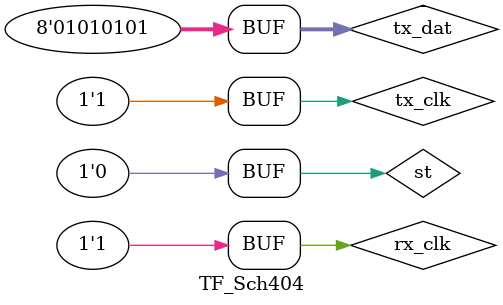
<source format=v>
`timescale 1ns / 1ps


module TF_Sch404;

	// Inputs
	reg tx_clk;
	reg st;
	reg [7:0] tx_dat;
	reg rx_clk;

	// Outputs
	wire TXD;
	wire [3:0] cb_bit_tx;
	wire en_rx_byte;
	wire [7:0] sr_dat;
	wire [3:0] cb_bit_rx;
	wire ok_rx_byte;
	wire start_rx;
	wire T_start;
	wire T_dat;
	wire T_stop;
	wire ce_tact;
	wire ce_bit;
	wire RXD;

	// Instantiate the Unit Under Test (UUT)
	Sch_test_URXD1B uut (
		.tx_clk(tx_clk), 
		.TXD(TXD), 
		.st(st), 
		.cb_bit_tx(cb_bit_tx), 
		.tx_dat(tx_dat), 
		.en_rx_byte(en_rx_byte), 
		.rx_clk(rx_clk), 
		.sr_dat(sr_dat), 
		.cb_bit_rx(cb_bit_rx), 
		.ok_rx_byte(ok_rx_byte), 
		.start_rx(start_rx), 
		.T_start(T_start), 
		.T_dat(T_dat), 
		.T_stop(T_stop), 
		.ce_tact(ce_tact), 
		.ce_bit(ce_bit), 
		.RXD(RXD)
	);
	
	always begin tx_clk = 1'b0; #10 tx_clk = 1'b1; #10; end // PERIOD = 20
	always begin rx_clk = 1'b0; #10 rx_clk = 1'b1; #10; end // PERIOD = 20
	//always begin rx_clk = 1'b0; #10.4 rx_clk = 1'b1; #10.4; end // PERIOD = 20.8
	//always begin rx_clk = 1'b0; #9.7 rx_clk = 1'b1; #9.7; end // PERIOD = 19.4
	
	initial begin
		// Initialize Inputs
		
		st = 0;
		tx_dat = 8'b10001111;
		

		// Wait 100 ns for global reset to finish
		#10000;
      st  = 1;
		#20;
		st = 0;
		#60000
		tx_dat = 8'b10001000;
		st  = 1;
		#20;
		st = 0;
		
		#500000;
		st = 1;
		tx_dat = 8'b1010101;
		#20;
		st = 0;
		
	end
      
endmodule
</source>
